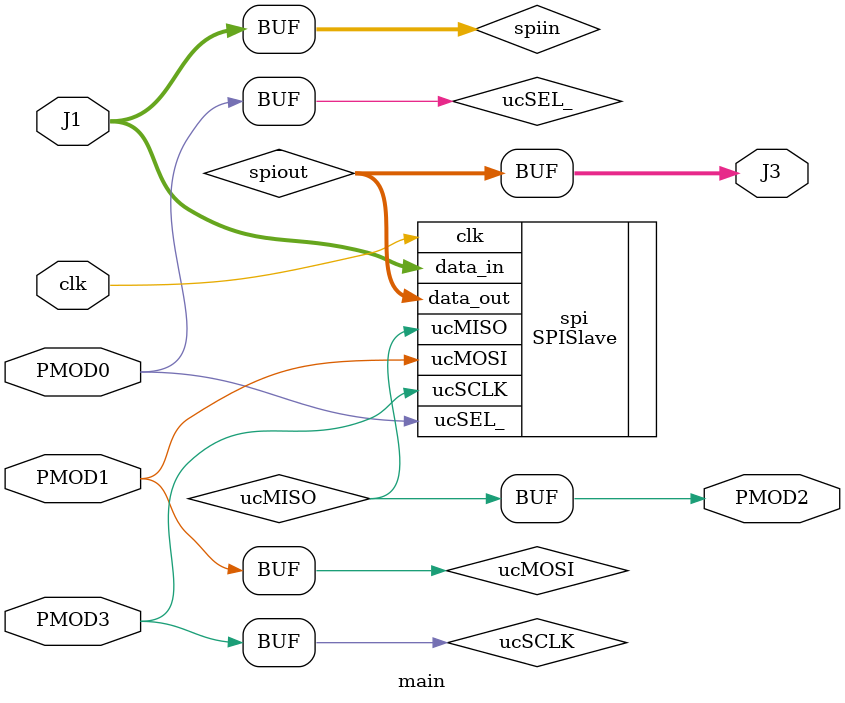
<source format=v>
`define N 8

module main (
    input clk,
    input PMOD0,
    input PMOD1,
    output PMOD2,
    input PMOD3,
    input [7:0] J1,
    output [7:0] J3
);

wire ucSEL_;
wire ucSCLK;
wire ucMOSI;
wire ucMISO;

assign ucSEL_ = PMOD0;
assign ucMOSI = PMOD1;
assign PMOD2 = ucMISO;
assign ucSCLK = PMOD3;

//wire clk100;
//pll U1 ( .clkin(clk), .clkout(clk100));

wire [`N-1:0] spiin;
wire [`N-1:0] spiout;

assign spiin = J1;

SPISlave #(.WIDTH(`N)) spi (
    .clk(clk),
    //.clk(clk100),
    .ucSCLK(ucSCLK),
    .ucMOSI(ucMOSI),
    .ucMISO(ucMISO),
    .ucSEL_(ucSEL_),
    .data_in(spiin),
    .data_out(spiout)
);

assign J3 = spiout;

endmodule

</source>
